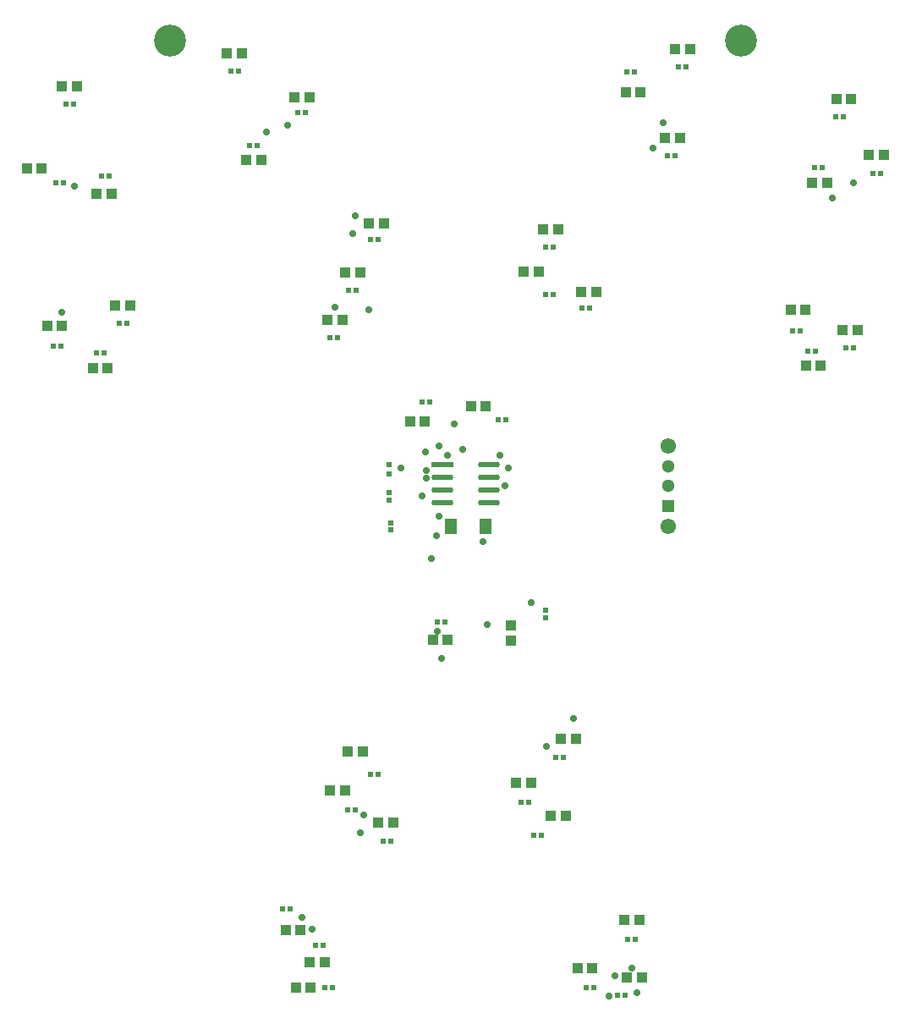
<source format=gts>
G04*
G04 #@! TF.GenerationSoftware,Altium Limited,Altium Designer,22.8.2 (66)*
G04*
G04 Layer_Color=8388736*
%FSLAX25Y25*%
%MOIN*%
G70*
G04*
G04 #@! TF.SameCoordinates,5BBA7AF8-D70B-405A-A25D-C681712A1337*
G04*
G04*
G04 #@! TF.FilePolarity,Negative*
G04*
G01*
G75*
G04:AMPARAMS|DCode=13|XSize=85.4mil|YSize=22.92mil|CornerRadius=11.46mil|HoleSize=0mil|Usage=FLASHONLY|Rotation=0.000|XOffset=0mil|YOffset=0mil|HoleType=Round|Shape=RoundedRectangle|*
%AMROUNDEDRECTD13*
21,1,0.08540,0.00000,0,0,0.0*
21,1,0.06248,0.02292,0,0,0.0*
1,1,0.02292,0.03124,0.00000*
1,1,0.02292,-0.03124,0.00000*
1,1,0.02292,-0.03124,0.00000*
1,1,0.02292,0.03124,0.00000*
%
%ADD13ROUNDEDRECTD13*%
%ADD14R,0.08540X0.02292*%
%ADD15R,0.02029X0.01860*%
%ADD16R,0.02362X0.01968*%
%ADD17R,0.01860X0.02029*%
%ADD20R,0.04921X0.06299*%
%ADD21R,0.03950X0.03950*%
%ADD22R,0.03950X0.03950*%
%ADD23C,0.12611*%
%ADD24C,0.06102*%
%ADD25C,0.05118*%
%ADD26R,0.05118X0.05118*%
%ADD27C,0.02769*%
D13*
X195806Y218000D02*
D03*
Y213000D02*
D03*
Y208000D02*
D03*
Y203000D02*
D03*
X177194D02*
D03*
Y208000D02*
D03*
Y213000D02*
D03*
D14*
Y218000D02*
D03*
D15*
X130500Y28500D02*
D03*
X127519D02*
D03*
X140010Y82000D02*
D03*
X142990D02*
D03*
X221000Y285000D02*
D03*
X218019D02*
D03*
X253000Y372500D02*
D03*
X250019D02*
D03*
X350000Y332500D02*
D03*
X347019D02*
D03*
X339490Y264000D02*
D03*
X336510D02*
D03*
X324490Y262500D02*
D03*
X321510D02*
D03*
X318500Y270500D02*
D03*
X315519D02*
D03*
X326990Y335000D02*
D03*
X324010D02*
D03*
X332500Y355000D02*
D03*
X335481D02*
D03*
X268990Y339500D02*
D03*
X266010D02*
D03*
X273481Y374500D02*
D03*
X270500D02*
D03*
X220990Y303500D02*
D03*
X218010D02*
D03*
X199510Y235500D02*
D03*
X202490D02*
D03*
X157000Y69500D02*
D03*
X154019D02*
D03*
X131010Y12000D02*
D03*
X133990D02*
D03*
X235500Y279500D02*
D03*
X232519D02*
D03*
X114500Y43000D02*
D03*
X117481D02*
D03*
X149010Y96000D02*
D03*
X151990D02*
D03*
X178500Y156000D02*
D03*
X175519D02*
D03*
X45981Y331500D02*
D03*
X43000D02*
D03*
X32000Y360000D02*
D03*
X29019D02*
D03*
X44000Y262000D02*
D03*
X41019D02*
D03*
X52990Y273500D02*
D03*
X50010D02*
D03*
X27000Y264500D02*
D03*
X24019D02*
D03*
X25019Y329000D02*
D03*
X28000D02*
D03*
X96990Y373000D02*
D03*
X94010D02*
D03*
X123490Y356500D02*
D03*
X120510D02*
D03*
X104490Y343500D02*
D03*
X101510D02*
D03*
X140500Y286500D02*
D03*
X143481D02*
D03*
X152000Y306500D02*
D03*
X149019D02*
D03*
X133000Y268000D02*
D03*
X135981D02*
D03*
X169519Y242500D02*
D03*
X172500D02*
D03*
X216500Y72000D02*
D03*
X213519D02*
D03*
X208510Y85000D02*
D03*
X211490D02*
D03*
X224990Y102500D02*
D03*
X222010D02*
D03*
X249500Y9000D02*
D03*
X246519D02*
D03*
X234010Y12000D02*
D03*
X236990D02*
D03*
X250510Y31000D02*
D03*
X253490D02*
D03*
D16*
X156500Y214032D02*
D03*
Y217969D02*
D03*
D17*
X218000Y157510D02*
D03*
Y160490D02*
D03*
X156500Y204000D02*
D03*
Y206981D02*
D03*
X157000Y192010D02*
D03*
Y194990D02*
D03*
D20*
X180807Y193500D02*
D03*
X194193D02*
D03*
D21*
X125047Y22000D02*
D03*
X130953D02*
D03*
X133000Y89500D02*
D03*
X138906D02*
D03*
X209500Y294000D02*
D03*
X215406D02*
D03*
X249547Y364500D02*
D03*
X255453D02*
D03*
X345500Y340000D02*
D03*
X351406D02*
D03*
X335047Y271000D02*
D03*
X340953D02*
D03*
X320547Y257000D02*
D03*
X326453D02*
D03*
X314547Y279000D02*
D03*
X320453D02*
D03*
X323047Y329000D02*
D03*
X328953D02*
D03*
X338453Y362000D02*
D03*
X332547D02*
D03*
X265047Y346500D02*
D03*
X270953D02*
D03*
X269000Y381500D02*
D03*
X274905D02*
D03*
X217000Y310500D02*
D03*
X222905D02*
D03*
X188547Y241000D02*
D03*
X194453D02*
D03*
X152000Y77000D02*
D03*
X157905D02*
D03*
X119547Y12000D02*
D03*
X125453D02*
D03*
X232000Y286000D02*
D03*
X237906D02*
D03*
X121453Y34500D02*
D03*
X115547D02*
D03*
X145953Y105000D02*
D03*
X140047D02*
D03*
X173547Y149000D02*
D03*
X179453D02*
D03*
X41094Y324500D02*
D03*
X47000D02*
D03*
X27500Y367000D02*
D03*
X33406D02*
D03*
X39595Y256000D02*
D03*
X45500D02*
D03*
X48500Y280500D02*
D03*
X54405D02*
D03*
X21595Y272500D02*
D03*
X27500D02*
D03*
X13547Y334500D02*
D03*
X19453D02*
D03*
X92500Y380000D02*
D03*
X98405D02*
D03*
X119047Y362500D02*
D03*
X124953D02*
D03*
X100047Y338000D02*
D03*
X105953D02*
D03*
X144953Y293500D02*
D03*
X139047D02*
D03*
X148500Y313000D02*
D03*
X154405D02*
D03*
X137953Y275000D02*
D03*
X132047D02*
D03*
X170453Y235000D02*
D03*
X164547D02*
D03*
X225953Y79500D02*
D03*
X220047D02*
D03*
X212405Y92500D02*
D03*
X206500D02*
D03*
X229906Y110000D02*
D03*
X224000D02*
D03*
X255906Y16000D02*
D03*
X250000D02*
D03*
X236500Y19500D02*
D03*
X230594D02*
D03*
X254906Y38500D02*
D03*
X249000D02*
D03*
D22*
X204500Y154453D02*
D03*
Y148547D02*
D03*
D23*
X295000Y385000D02*
D03*
X70000D02*
D03*
D24*
X266500Y225122D02*
D03*
Y193626D02*
D03*
D25*
Y217248D02*
D03*
Y209374D02*
D03*
D26*
Y201500D02*
D03*
D27*
X175519Y152314D02*
D03*
X170622Y222879D02*
D03*
X202000Y209500D02*
D03*
X203500Y216500D02*
D03*
X200000Y221500D02*
D03*
X175987Y225013D02*
D03*
X179500Y221500D02*
D03*
X161000Y216500D02*
D03*
X171000Y212500D02*
D03*
X176000Y197500D02*
D03*
X193500Y187500D02*
D03*
X175000Y190000D02*
D03*
X331000Y323000D02*
D03*
X339500Y329000D02*
D03*
X264500Y352500D02*
D03*
X260500Y342500D02*
D03*
X185500Y224000D02*
D03*
X177000Y141500D02*
D03*
X146500Y80000D02*
D03*
X145000Y73000D02*
D03*
X122000Y39500D02*
D03*
X126000Y35000D02*
D03*
X27500Y278000D02*
D03*
X32500Y327500D02*
D03*
X108000Y349000D02*
D03*
X116500Y351500D02*
D03*
X143000Y316000D02*
D03*
X142000Y309000D02*
D03*
X135000Y280000D02*
D03*
X148500Y279000D02*
D03*
X182000Y234000D02*
D03*
X171000Y215500D02*
D03*
X169500Y205500D02*
D03*
X173000Y181000D02*
D03*
X195000Y155000D02*
D03*
X212500Y163500D02*
D03*
X229000Y118000D02*
D03*
X218500Y107000D02*
D03*
X252000Y19487D02*
D03*
X245500Y16500D02*
D03*
X243000Y8500D02*
D03*
X254000Y10000D02*
D03*
M02*

</source>
